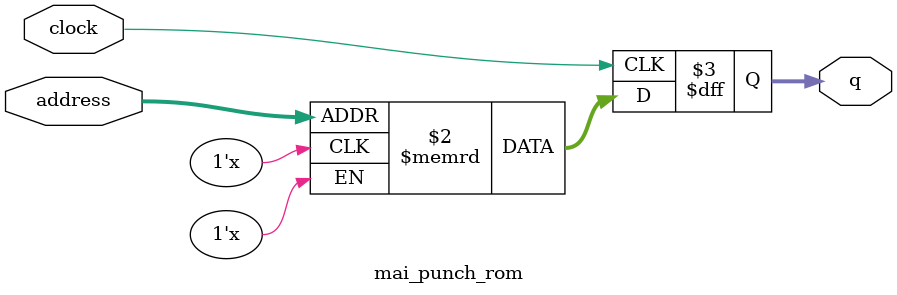
<source format=sv>
module mai_punch_rom (
	input logic clock,
	input logic [15:0] address,
	output logic [2:0] q
);

logic [2:0] memory [0:49151] /* synthesis ram_init_file = "./mai_punch/mai_punch.COE" */;

always_ff @ (posedge clock) begin
	q <= memory[address];
end

endmodule

</source>
